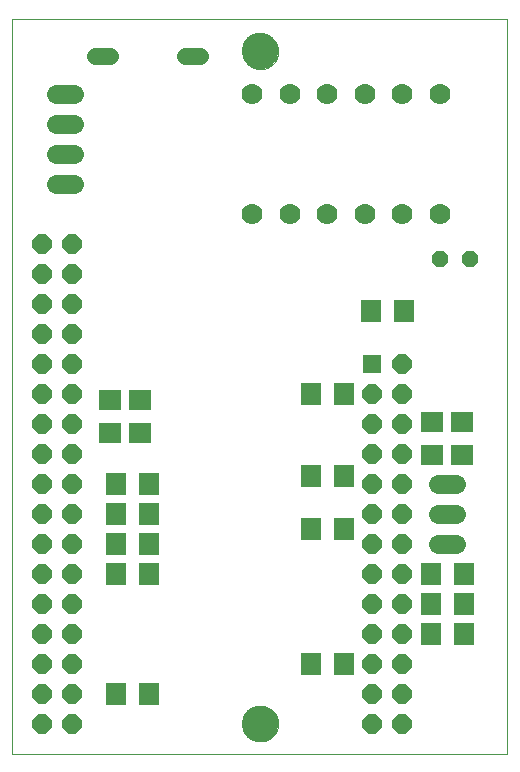
<source format=gbs>
G75*
%MOIN*%
%OFA0B0*%
%FSLAX25Y25*%
%IPPOS*%
%LPD*%
%AMOC8*
5,1,8,0,0,1.08239X$1,22.5*
%
%ADD10C,0.00000*%
%ADD11C,0.12211*%
%ADD12C,0.06400*%
%ADD13C,0.07000*%
%ADD14OC8,0.06400*%
%ADD15R,0.06400X0.06400*%
%ADD16OC8,0.05600*%
%ADD17R,0.07487X0.06699*%
%ADD18R,0.06699X0.07487*%
%ADD19C,0.05600*%
D10*
X0027500Y0001000D02*
X0027500Y0245961D01*
X0192500Y0246000D01*
X0192500Y0001000D01*
X0027500Y0001000D01*
X0104271Y0011000D02*
X0104273Y0011153D01*
X0104279Y0011307D01*
X0104289Y0011460D01*
X0104303Y0011612D01*
X0104321Y0011765D01*
X0104343Y0011916D01*
X0104368Y0012067D01*
X0104398Y0012218D01*
X0104432Y0012368D01*
X0104469Y0012516D01*
X0104510Y0012664D01*
X0104555Y0012810D01*
X0104604Y0012956D01*
X0104657Y0013100D01*
X0104713Y0013242D01*
X0104773Y0013383D01*
X0104837Y0013523D01*
X0104904Y0013661D01*
X0104975Y0013797D01*
X0105050Y0013931D01*
X0105127Y0014063D01*
X0105209Y0014193D01*
X0105293Y0014321D01*
X0105381Y0014447D01*
X0105472Y0014570D01*
X0105566Y0014691D01*
X0105664Y0014809D01*
X0105764Y0014925D01*
X0105868Y0015038D01*
X0105974Y0015149D01*
X0106083Y0015257D01*
X0106195Y0015362D01*
X0106309Y0015463D01*
X0106427Y0015562D01*
X0106546Y0015658D01*
X0106668Y0015751D01*
X0106793Y0015840D01*
X0106920Y0015927D01*
X0107049Y0016009D01*
X0107180Y0016089D01*
X0107313Y0016165D01*
X0107448Y0016238D01*
X0107585Y0016307D01*
X0107724Y0016372D01*
X0107864Y0016434D01*
X0108006Y0016492D01*
X0108149Y0016547D01*
X0108294Y0016598D01*
X0108440Y0016645D01*
X0108587Y0016688D01*
X0108735Y0016727D01*
X0108884Y0016763D01*
X0109034Y0016794D01*
X0109185Y0016822D01*
X0109336Y0016846D01*
X0109489Y0016866D01*
X0109641Y0016882D01*
X0109794Y0016894D01*
X0109947Y0016902D01*
X0110100Y0016906D01*
X0110254Y0016906D01*
X0110407Y0016902D01*
X0110560Y0016894D01*
X0110713Y0016882D01*
X0110865Y0016866D01*
X0111018Y0016846D01*
X0111169Y0016822D01*
X0111320Y0016794D01*
X0111470Y0016763D01*
X0111619Y0016727D01*
X0111767Y0016688D01*
X0111914Y0016645D01*
X0112060Y0016598D01*
X0112205Y0016547D01*
X0112348Y0016492D01*
X0112490Y0016434D01*
X0112630Y0016372D01*
X0112769Y0016307D01*
X0112906Y0016238D01*
X0113041Y0016165D01*
X0113174Y0016089D01*
X0113305Y0016009D01*
X0113434Y0015927D01*
X0113561Y0015840D01*
X0113686Y0015751D01*
X0113808Y0015658D01*
X0113927Y0015562D01*
X0114045Y0015463D01*
X0114159Y0015362D01*
X0114271Y0015257D01*
X0114380Y0015149D01*
X0114486Y0015038D01*
X0114590Y0014925D01*
X0114690Y0014809D01*
X0114788Y0014691D01*
X0114882Y0014570D01*
X0114973Y0014447D01*
X0115061Y0014321D01*
X0115145Y0014193D01*
X0115227Y0014063D01*
X0115304Y0013931D01*
X0115379Y0013797D01*
X0115450Y0013661D01*
X0115517Y0013523D01*
X0115581Y0013383D01*
X0115641Y0013242D01*
X0115697Y0013100D01*
X0115750Y0012956D01*
X0115799Y0012810D01*
X0115844Y0012664D01*
X0115885Y0012516D01*
X0115922Y0012368D01*
X0115956Y0012218D01*
X0115986Y0012067D01*
X0116011Y0011916D01*
X0116033Y0011765D01*
X0116051Y0011612D01*
X0116065Y0011460D01*
X0116075Y0011307D01*
X0116081Y0011153D01*
X0116083Y0011000D01*
X0116081Y0010847D01*
X0116075Y0010693D01*
X0116065Y0010540D01*
X0116051Y0010388D01*
X0116033Y0010235D01*
X0116011Y0010084D01*
X0115986Y0009933D01*
X0115956Y0009782D01*
X0115922Y0009632D01*
X0115885Y0009484D01*
X0115844Y0009336D01*
X0115799Y0009190D01*
X0115750Y0009044D01*
X0115697Y0008900D01*
X0115641Y0008758D01*
X0115581Y0008617D01*
X0115517Y0008477D01*
X0115450Y0008339D01*
X0115379Y0008203D01*
X0115304Y0008069D01*
X0115227Y0007937D01*
X0115145Y0007807D01*
X0115061Y0007679D01*
X0114973Y0007553D01*
X0114882Y0007430D01*
X0114788Y0007309D01*
X0114690Y0007191D01*
X0114590Y0007075D01*
X0114486Y0006962D01*
X0114380Y0006851D01*
X0114271Y0006743D01*
X0114159Y0006638D01*
X0114045Y0006537D01*
X0113927Y0006438D01*
X0113808Y0006342D01*
X0113686Y0006249D01*
X0113561Y0006160D01*
X0113434Y0006073D01*
X0113305Y0005991D01*
X0113174Y0005911D01*
X0113041Y0005835D01*
X0112906Y0005762D01*
X0112769Y0005693D01*
X0112630Y0005628D01*
X0112490Y0005566D01*
X0112348Y0005508D01*
X0112205Y0005453D01*
X0112060Y0005402D01*
X0111914Y0005355D01*
X0111767Y0005312D01*
X0111619Y0005273D01*
X0111470Y0005237D01*
X0111320Y0005206D01*
X0111169Y0005178D01*
X0111018Y0005154D01*
X0110865Y0005134D01*
X0110713Y0005118D01*
X0110560Y0005106D01*
X0110407Y0005098D01*
X0110254Y0005094D01*
X0110100Y0005094D01*
X0109947Y0005098D01*
X0109794Y0005106D01*
X0109641Y0005118D01*
X0109489Y0005134D01*
X0109336Y0005154D01*
X0109185Y0005178D01*
X0109034Y0005206D01*
X0108884Y0005237D01*
X0108735Y0005273D01*
X0108587Y0005312D01*
X0108440Y0005355D01*
X0108294Y0005402D01*
X0108149Y0005453D01*
X0108006Y0005508D01*
X0107864Y0005566D01*
X0107724Y0005628D01*
X0107585Y0005693D01*
X0107448Y0005762D01*
X0107313Y0005835D01*
X0107180Y0005911D01*
X0107049Y0005991D01*
X0106920Y0006073D01*
X0106793Y0006160D01*
X0106668Y0006249D01*
X0106546Y0006342D01*
X0106427Y0006438D01*
X0106309Y0006537D01*
X0106195Y0006638D01*
X0106083Y0006743D01*
X0105974Y0006851D01*
X0105868Y0006962D01*
X0105764Y0007075D01*
X0105664Y0007191D01*
X0105566Y0007309D01*
X0105472Y0007430D01*
X0105381Y0007553D01*
X0105293Y0007679D01*
X0105209Y0007807D01*
X0105127Y0007937D01*
X0105050Y0008069D01*
X0104975Y0008203D01*
X0104904Y0008339D01*
X0104837Y0008477D01*
X0104773Y0008617D01*
X0104713Y0008758D01*
X0104657Y0008900D01*
X0104604Y0009044D01*
X0104555Y0009190D01*
X0104510Y0009336D01*
X0104469Y0009484D01*
X0104432Y0009632D01*
X0104398Y0009782D01*
X0104368Y0009933D01*
X0104343Y0010084D01*
X0104321Y0010235D01*
X0104303Y0010388D01*
X0104289Y0010540D01*
X0104279Y0010693D01*
X0104273Y0010847D01*
X0104271Y0011000D01*
X0104271Y0235055D02*
X0104273Y0235208D01*
X0104279Y0235362D01*
X0104289Y0235515D01*
X0104303Y0235667D01*
X0104321Y0235820D01*
X0104343Y0235971D01*
X0104368Y0236122D01*
X0104398Y0236273D01*
X0104432Y0236423D01*
X0104469Y0236571D01*
X0104510Y0236719D01*
X0104555Y0236865D01*
X0104604Y0237011D01*
X0104657Y0237155D01*
X0104713Y0237297D01*
X0104773Y0237438D01*
X0104837Y0237578D01*
X0104904Y0237716D01*
X0104975Y0237852D01*
X0105050Y0237986D01*
X0105127Y0238118D01*
X0105209Y0238248D01*
X0105293Y0238376D01*
X0105381Y0238502D01*
X0105472Y0238625D01*
X0105566Y0238746D01*
X0105664Y0238864D01*
X0105764Y0238980D01*
X0105868Y0239093D01*
X0105974Y0239204D01*
X0106083Y0239312D01*
X0106195Y0239417D01*
X0106309Y0239518D01*
X0106427Y0239617D01*
X0106546Y0239713D01*
X0106668Y0239806D01*
X0106793Y0239895D01*
X0106920Y0239982D01*
X0107049Y0240064D01*
X0107180Y0240144D01*
X0107313Y0240220D01*
X0107448Y0240293D01*
X0107585Y0240362D01*
X0107724Y0240427D01*
X0107864Y0240489D01*
X0108006Y0240547D01*
X0108149Y0240602D01*
X0108294Y0240653D01*
X0108440Y0240700D01*
X0108587Y0240743D01*
X0108735Y0240782D01*
X0108884Y0240818D01*
X0109034Y0240849D01*
X0109185Y0240877D01*
X0109336Y0240901D01*
X0109489Y0240921D01*
X0109641Y0240937D01*
X0109794Y0240949D01*
X0109947Y0240957D01*
X0110100Y0240961D01*
X0110254Y0240961D01*
X0110407Y0240957D01*
X0110560Y0240949D01*
X0110713Y0240937D01*
X0110865Y0240921D01*
X0111018Y0240901D01*
X0111169Y0240877D01*
X0111320Y0240849D01*
X0111470Y0240818D01*
X0111619Y0240782D01*
X0111767Y0240743D01*
X0111914Y0240700D01*
X0112060Y0240653D01*
X0112205Y0240602D01*
X0112348Y0240547D01*
X0112490Y0240489D01*
X0112630Y0240427D01*
X0112769Y0240362D01*
X0112906Y0240293D01*
X0113041Y0240220D01*
X0113174Y0240144D01*
X0113305Y0240064D01*
X0113434Y0239982D01*
X0113561Y0239895D01*
X0113686Y0239806D01*
X0113808Y0239713D01*
X0113927Y0239617D01*
X0114045Y0239518D01*
X0114159Y0239417D01*
X0114271Y0239312D01*
X0114380Y0239204D01*
X0114486Y0239093D01*
X0114590Y0238980D01*
X0114690Y0238864D01*
X0114788Y0238746D01*
X0114882Y0238625D01*
X0114973Y0238502D01*
X0115061Y0238376D01*
X0115145Y0238248D01*
X0115227Y0238118D01*
X0115304Y0237986D01*
X0115379Y0237852D01*
X0115450Y0237716D01*
X0115517Y0237578D01*
X0115581Y0237438D01*
X0115641Y0237297D01*
X0115697Y0237155D01*
X0115750Y0237011D01*
X0115799Y0236865D01*
X0115844Y0236719D01*
X0115885Y0236571D01*
X0115922Y0236423D01*
X0115956Y0236273D01*
X0115986Y0236122D01*
X0116011Y0235971D01*
X0116033Y0235820D01*
X0116051Y0235667D01*
X0116065Y0235515D01*
X0116075Y0235362D01*
X0116081Y0235208D01*
X0116083Y0235055D01*
X0116081Y0234902D01*
X0116075Y0234748D01*
X0116065Y0234595D01*
X0116051Y0234443D01*
X0116033Y0234290D01*
X0116011Y0234139D01*
X0115986Y0233988D01*
X0115956Y0233837D01*
X0115922Y0233687D01*
X0115885Y0233539D01*
X0115844Y0233391D01*
X0115799Y0233245D01*
X0115750Y0233099D01*
X0115697Y0232955D01*
X0115641Y0232813D01*
X0115581Y0232672D01*
X0115517Y0232532D01*
X0115450Y0232394D01*
X0115379Y0232258D01*
X0115304Y0232124D01*
X0115227Y0231992D01*
X0115145Y0231862D01*
X0115061Y0231734D01*
X0114973Y0231608D01*
X0114882Y0231485D01*
X0114788Y0231364D01*
X0114690Y0231246D01*
X0114590Y0231130D01*
X0114486Y0231017D01*
X0114380Y0230906D01*
X0114271Y0230798D01*
X0114159Y0230693D01*
X0114045Y0230592D01*
X0113927Y0230493D01*
X0113808Y0230397D01*
X0113686Y0230304D01*
X0113561Y0230215D01*
X0113434Y0230128D01*
X0113305Y0230046D01*
X0113174Y0229966D01*
X0113041Y0229890D01*
X0112906Y0229817D01*
X0112769Y0229748D01*
X0112630Y0229683D01*
X0112490Y0229621D01*
X0112348Y0229563D01*
X0112205Y0229508D01*
X0112060Y0229457D01*
X0111914Y0229410D01*
X0111767Y0229367D01*
X0111619Y0229328D01*
X0111470Y0229292D01*
X0111320Y0229261D01*
X0111169Y0229233D01*
X0111018Y0229209D01*
X0110865Y0229189D01*
X0110713Y0229173D01*
X0110560Y0229161D01*
X0110407Y0229153D01*
X0110254Y0229149D01*
X0110100Y0229149D01*
X0109947Y0229153D01*
X0109794Y0229161D01*
X0109641Y0229173D01*
X0109489Y0229189D01*
X0109336Y0229209D01*
X0109185Y0229233D01*
X0109034Y0229261D01*
X0108884Y0229292D01*
X0108735Y0229328D01*
X0108587Y0229367D01*
X0108440Y0229410D01*
X0108294Y0229457D01*
X0108149Y0229508D01*
X0108006Y0229563D01*
X0107864Y0229621D01*
X0107724Y0229683D01*
X0107585Y0229748D01*
X0107448Y0229817D01*
X0107313Y0229890D01*
X0107180Y0229966D01*
X0107049Y0230046D01*
X0106920Y0230128D01*
X0106793Y0230215D01*
X0106668Y0230304D01*
X0106546Y0230397D01*
X0106427Y0230493D01*
X0106309Y0230592D01*
X0106195Y0230693D01*
X0106083Y0230798D01*
X0105974Y0230906D01*
X0105868Y0231017D01*
X0105764Y0231130D01*
X0105664Y0231246D01*
X0105566Y0231364D01*
X0105472Y0231485D01*
X0105381Y0231608D01*
X0105293Y0231734D01*
X0105209Y0231862D01*
X0105127Y0231992D01*
X0105050Y0232124D01*
X0104975Y0232258D01*
X0104904Y0232394D01*
X0104837Y0232532D01*
X0104773Y0232672D01*
X0104713Y0232813D01*
X0104657Y0232955D01*
X0104604Y0233099D01*
X0104555Y0233245D01*
X0104510Y0233391D01*
X0104469Y0233539D01*
X0104432Y0233687D01*
X0104398Y0233837D01*
X0104368Y0233988D01*
X0104343Y0234139D01*
X0104321Y0234290D01*
X0104303Y0234443D01*
X0104289Y0234595D01*
X0104279Y0234748D01*
X0104273Y0234902D01*
X0104271Y0235055D01*
D11*
X0110177Y0235055D03*
X0110177Y0011000D03*
D12*
X0169500Y0071000D02*
X0175500Y0071000D01*
X0175500Y0081000D02*
X0169500Y0081000D01*
X0169500Y0091000D02*
X0175500Y0091000D01*
X0048000Y0191000D02*
X0042000Y0191000D01*
X0042000Y0201000D02*
X0048000Y0201000D01*
X0048000Y0211000D02*
X0042000Y0211000D01*
X0042000Y0221000D02*
X0048000Y0221000D01*
D13*
X0107500Y0221000D03*
X0120000Y0221000D03*
X0132500Y0221000D03*
X0145000Y0221000D03*
X0157500Y0221000D03*
X0170000Y0221000D03*
X0170000Y0181000D03*
X0157500Y0181000D03*
X0145000Y0181000D03*
X0132500Y0181000D03*
X0120000Y0181000D03*
X0107500Y0181000D03*
D14*
X0147500Y0121000D03*
X0147500Y0111000D03*
X0147500Y0101000D03*
X0147500Y0091000D03*
X0147500Y0081000D03*
X0147500Y0071000D03*
X0147500Y0061000D03*
X0147500Y0051000D03*
X0147500Y0041000D03*
X0147500Y0031000D03*
X0147500Y0021000D03*
X0147500Y0011000D03*
X0157500Y0011000D03*
X0157500Y0021000D03*
X0157500Y0031000D03*
X0157500Y0041000D03*
X0157500Y0051000D03*
X0157500Y0061000D03*
X0157500Y0071000D03*
X0157500Y0081000D03*
X0157500Y0091000D03*
X0157500Y0101000D03*
X0157500Y0111000D03*
X0157500Y0121000D03*
X0157500Y0131000D03*
X0047500Y0131000D03*
X0047500Y0141000D03*
X0047500Y0151000D03*
X0047500Y0161000D03*
X0047500Y0171000D03*
X0037500Y0171000D03*
X0037500Y0161000D03*
X0037500Y0151000D03*
X0037500Y0141000D03*
X0037500Y0131000D03*
X0037500Y0121000D03*
X0037500Y0111000D03*
X0037500Y0101000D03*
X0037500Y0091000D03*
X0037500Y0081000D03*
X0037500Y0071000D03*
X0037500Y0061000D03*
X0037500Y0051000D03*
X0037500Y0041000D03*
X0037500Y0031000D03*
X0037500Y0021000D03*
X0037500Y0011000D03*
X0047500Y0011000D03*
X0047500Y0021000D03*
X0047500Y0031000D03*
X0047500Y0041000D03*
X0047500Y0051000D03*
X0047500Y0061000D03*
X0047500Y0071000D03*
X0047500Y0081000D03*
X0047500Y0091000D03*
X0047500Y0101000D03*
X0047500Y0111000D03*
X0047500Y0121000D03*
D15*
X0147500Y0131000D03*
D16*
X0170000Y0166000D03*
X0180000Y0166000D03*
D17*
X0177500Y0111512D03*
X0167500Y0111512D03*
X0167500Y0100488D03*
X0177500Y0100488D03*
X0070000Y0107988D03*
X0060000Y0107988D03*
X0060000Y0119012D03*
X0070000Y0119012D03*
D18*
X0073012Y0091000D03*
X0073012Y0081000D03*
X0073012Y0071000D03*
X0073012Y0061000D03*
X0061988Y0061000D03*
X0061988Y0071000D03*
X0061988Y0081000D03*
X0061988Y0091000D03*
X0061988Y0021000D03*
X0073012Y0021000D03*
X0126988Y0031000D03*
X0138012Y0031000D03*
X0166988Y0041000D03*
X0166988Y0051000D03*
X0166988Y0061000D03*
X0178012Y0061000D03*
X0178012Y0051000D03*
X0178012Y0041000D03*
X0138012Y0076000D03*
X0126988Y0076000D03*
X0126988Y0093500D03*
X0138012Y0093500D03*
X0138012Y0121000D03*
X0126988Y0121000D03*
X0146988Y0148500D03*
X0158012Y0148500D03*
D19*
X0090100Y0233500D02*
X0084900Y0233500D01*
X0060100Y0233500D02*
X0054900Y0233500D01*
M02*

</source>
